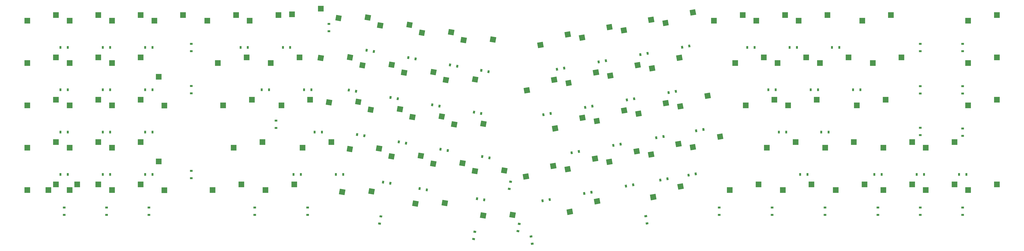
<source format=gbr>
%TF.GenerationSoftware,KiCad,Pcbnew,(5.1.10)-1*%
%TF.CreationDate,2021-07-24T19:46:28-07:00*%
%TF.ProjectId,V2,56322e6b-6963-4616-945f-706362585858,rev?*%
%TF.SameCoordinates,Original*%
%TF.FileFunction,Paste,Bot*%
%TF.FilePolarity,Positive*%
%FSLAX46Y46*%
G04 Gerber Fmt 4.6, Leading zero omitted, Abs format (unit mm)*
G04 Created by KiCad (PCBNEW (5.1.10)-1) date 2021-07-24 19:46:28*
%MOMM*%
%LPD*%
G01*
G04 APERTURE LIST*
%ADD10R,2.550000X2.500000*%
%ADD11C,0.100000*%
%ADD12R,2.500000X2.550000*%
%ADD13R,1.200000X0.900000*%
%ADD14R,0.900000X1.200000*%
G04 APERTURE END LIST*
D10*
%TO.C,MX92*%
X15367000Y-71120000D03*
X2440000Y-73660000D03*
%TD*%
D11*
%TO.C,MX53*%
G36*
X253699666Y-1808874D02*
G01*
X253265546Y653145D01*
X255776806Y1095948D01*
X256210926Y-1366071D01*
X253699666Y-1808874D01*
G37*
G36*
X241410123Y-6555036D02*
G01*
X240976003Y-4093017D01*
X243487263Y-3650214D01*
X243921383Y-6112233D01*
X241410123Y-6555036D01*
G37*
%TD*%
D10*
%TO.C,MX91*%
X428961546Y-71120000D03*
X416034546Y-73660000D03*
%TD*%
%TO.C,MX90*%
X409911546Y-52070000D03*
X396984546Y-54610000D03*
%TD*%
%TO.C,MX89*%
X428961546Y-33020000D03*
X416034546Y-35560000D03*
%TD*%
%TO.C,MX88*%
X428961546Y-13970000D03*
X416034546Y-16510000D03*
%TD*%
%TO.C,MX87*%
X428961546Y5080000D03*
X416034546Y2540000D03*
%TD*%
%TO.C,MX86*%
X409911546Y-71120000D03*
X396984546Y-73660000D03*
%TD*%
%TO.C,MX85*%
X390861546Y-52070000D03*
X377934546Y-54610000D03*
%TD*%
%TO.C,MX84*%
X378955296Y-33020000D03*
X366028296Y-35560000D03*
%TD*%
%TO.C,MX83*%
X386099046Y-13970000D03*
X373172046Y-16510000D03*
%TD*%
%TO.C,MX82*%
X381336546Y5080000D03*
X368409546Y2540000D03*
%TD*%
%TO.C,MX81*%
X390861546Y-71120000D03*
X377934546Y-73660000D03*
%TD*%
%TO.C,MX80*%
X364667796Y-52070000D03*
X351740796Y-54610000D03*
%TD*%
%TO.C,MX79*%
X347999046Y-33020000D03*
X335072046Y-35560000D03*
%TD*%
%TO.C,MX78*%
X362286546Y-13970000D03*
X349359546Y-16510000D03*
%TD*%
%TO.C,MX77*%
X352761546Y5080000D03*
X339834546Y2540000D03*
%TD*%
%TO.C,MX76*%
X369430296Y-71120000D03*
X356503296Y-73660000D03*
%TD*%
%TO.C,MX75*%
X338474046Y-52070000D03*
X325547046Y-54610000D03*
%TD*%
%TO.C,MX74*%
X328949046Y-33020000D03*
X316022046Y-35560000D03*
%TD*%
%TO.C,MX73*%
X343236546Y-13970000D03*
X330309546Y-16510000D03*
%TD*%
%TO.C,MX72*%
X333711546Y5080000D03*
X320784546Y2540000D03*
%TD*%
%TO.C,MX71*%
X345617796Y-71120000D03*
X332690796Y-73660000D03*
%TD*%
D11*
%TO.C,MX70*%
G36*
X303489906Y-51061142D02*
G01*
X303055786Y-48599123D01*
X305567046Y-48156320D01*
X306001166Y-50618339D01*
X303489906Y-51061142D01*
G37*
G36*
X291200363Y-55807304D02*
G01*
X290766243Y-53345285D01*
X293277503Y-52902482D01*
X293711623Y-55364501D01*
X291200363Y-55807304D01*
G37*
%TD*%
D10*
%TO.C,MX69*%
X324186546Y-13970000D03*
X311259546Y-16510000D03*
%TD*%
%TO.C,MX68*%
X314661546Y5080000D03*
X301734546Y2540000D03*
%TD*%
%TO.C,MX67*%
X321805296Y-71120000D03*
X308878296Y-73660000D03*
%TD*%
D11*
%TO.C,MX66*%
G36*
X284729319Y-54369139D02*
G01*
X284295199Y-51907120D01*
X286806459Y-51464317D01*
X287240579Y-53926336D01*
X284729319Y-54369139D01*
G37*
G36*
X272439776Y-59115301D02*
G01*
X272005656Y-56653282D01*
X274516916Y-56210479D01*
X274951036Y-58672498D01*
X272439776Y-59115301D01*
G37*
%TD*%
%TO.C,MX65*%
G36*
X297836834Y-32714054D02*
G01*
X297402714Y-30252035D01*
X299913974Y-29809232D01*
X300348094Y-32271251D01*
X297836834Y-32714054D01*
G37*
G36*
X285547291Y-37460216D02*
G01*
X285113171Y-34998197D01*
X287624431Y-34555394D01*
X288058551Y-37017413D01*
X285547291Y-37460216D01*
G37*
%TD*%
%TO.C,MX64*%
G36*
X285148543Y-15607466D02*
G01*
X284714423Y-13145447D01*
X287225683Y-12702644D01*
X287659803Y-15164663D01*
X285148543Y-15607466D01*
G37*
G36*
X272859000Y-20353628D02*
G01*
X272424880Y-17891609D01*
X274936140Y-17448806D01*
X275370260Y-19910825D01*
X272859000Y-20353628D01*
G37*
%TD*%
%TO.C,MX63*%
G36*
X291220840Y4807120D02*
G01*
X290786720Y7269139D01*
X293297980Y7711942D01*
X293732100Y5249923D01*
X291220840Y4807120D01*
G37*
G36*
X278931297Y60958D02*
G01*
X278497177Y2522977D01*
X281008437Y2965780D01*
X281442557Y503761D01*
X278931297Y60958D01*
G37*
%TD*%
%TO.C,MX62*%
G36*
X285692243Y-73543225D02*
G01*
X285258123Y-71081206D01*
X287769383Y-70638403D01*
X288203503Y-73100422D01*
X285692243Y-73543225D01*
G37*
G36*
X273402700Y-78289387D02*
G01*
X272968580Y-75827368D01*
X275479840Y-75384565D01*
X275913960Y-77846584D01*
X273402700Y-78289387D01*
G37*
%TD*%
%TO.C,MX61*%
G36*
X265968732Y-57677136D02*
G01*
X265534612Y-55215117D01*
X268045872Y-54772314D01*
X268479992Y-57234333D01*
X265968732Y-57677136D01*
G37*
G36*
X253679189Y-62423298D02*
G01*
X253245069Y-59961279D01*
X255756329Y-59518476D01*
X256190449Y-61980495D01*
X253679189Y-62423298D01*
G37*
%TD*%
%TO.C,MX60*%
G36*
X279076247Y-36022051D02*
G01*
X278642127Y-33560032D01*
X281153387Y-33117229D01*
X281587507Y-35579248D01*
X279076247Y-36022051D01*
G37*
G36*
X266786704Y-40768213D02*
G01*
X266352584Y-38306194D01*
X268863844Y-37863391D01*
X269297964Y-40325410D01*
X266786704Y-40768213D01*
G37*
%TD*%
%TO.C,MX59*%
G36*
X266387956Y-18915463D02*
G01*
X265953836Y-16453444D01*
X268465096Y-16010641D01*
X268899216Y-18472660D01*
X266387956Y-18915463D01*
G37*
G36*
X254098413Y-23661625D02*
G01*
X253664293Y-21199606D01*
X256175553Y-20756803D01*
X256609673Y-23218822D01*
X254098413Y-23661625D01*
G37*
%TD*%
%TO.C,MX58*%
G36*
X272460253Y1499123D02*
G01*
X272026133Y3961142D01*
X274537393Y4403945D01*
X274971513Y1941926D01*
X272460253Y1499123D01*
G37*
G36*
X260170710Y-3247039D02*
G01*
X259736590Y-785020D01*
X262247850Y-342217D01*
X262681970Y-2804236D01*
X260170710Y-3247039D01*
G37*
%TD*%
%TO.C,MX57*%
G36*
X248171068Y-80159220D02*
G01*
X247736948Y-77697201D01*
X250248208Y-77254398D01*
X250682328Y-79716417D01*
X248171068Y-80159220D01*
G37*
G36*
X235881525Y-84905382D02*
G01*
X235447405Y-82443363D01*
X237958665Y-82000560D01*
X238392785Y-84462579D01*
X235881525Y-84905382D01*
G37*
%TD*%
%TO.C,MX56*%
G36*
X247208145Y-60985133D02*
G01*
X246774025Y-58523114D01*
X249285285Y-58080311D01*
X249719405Y-60542330D01*
X247208145Y-60985133D01*
G37*
G36*
X234918602Y-65731295D02*
G01*
X234484482Y-63269276D01*
X236995742Y-62826473D01*
X237429862Y-65288492D01*
X234918602Y-65731295D01*
G37*
%TD*%
%TO.C,MX55*%
G36*
X260315660Y-39330048D02*
G01*
X259881540Y-36868029D01*
X262392800Y-36425226D01*
X262826920Y-38887245D01*
X260315660Y-39330048D01*
G37*
G36*
X248026117Y-44076210D02*
G01*
X247591997Y-41614191D01*
X250103257Y-41171388D01*
X250537377Y-43633407D01*
X248026117Y-44076210D01*
G37*
%TD*%
%TO.C,MX54*%
G36*
X247627369Y-22223460D02*
G01*
X247193249Y-19761441D01*
X249704509Y-19318638D01*
X250138629Y-21780657D01*
X247627369Y-22223460D01*
G37*
G36*
X235337826Y-26969622D02*
G01*
X234903706Y-24507603D01*
X237414966Y-24064800D01*
X237849086Y-26526819D01*
X235337826Y-26969622D01*
G37*
%TD*%
%TO.C,MX52*%
G36*
X228447558Y-64293130D02*
G01*
X228013438Y-61831111D01*
X230524698Y-61388308D01*
X230958818Y-63850327D01*
X228447558Y-64293130D01*
G37*
G36*
X216158015Y-69039292D02*
G01*
X215723895Y-66577273D01*
X218235155Y-66134470D01*
X218669275Y-68596489D01*
X216158015Y-69039292D01*
G37*
%TD*%
%TO.C,MX51*%
G36*
X241555073Y-42638045D02*
G01*
X241120953Y-40176026D01*
X243632213Y-39733223D01*
X244066333Y-42195242D01*
X241555073Y-42638045D01*
G37*
G36*
X229265530Y-47384207D02*
G01*
X228831410Y-44922188D01*
X231342670Y-44479385D01*
X231776790Y-46941404D01*
X229265530Y-47384207D01*
G37*
%TD*%
%TO.C,MX50*%
G36*
X228866782Y-25531457D02*
G01*
X228432662Y-23069438D01*
X230943922Y-22626635D01*
X231378042Y-25088654D01*
X228866782Y-25531457D01*
G37*
G36*
X216577239Y-30277619D02*
G01*
X216143119Y-27815600D01*
X218654379Y-27372797D01*
X219088499Y-29834816D01*
X216577239Y-30277619D01*
G37*
%TD*%
%TO.C,MX49*%
G36*
X234939079Y-5116871D02*
G01*
X234504959Y-2654852D01*
X237016219Y-2212049D01*
X237450339Y-4674068D01*
X234939079Y-5116871D01*
G37*
G36*
X222649536Y-9863033D02*
G01*
X222215416Y-7401014D01*
X224726676Y-6958211D01*
X225160796Y-9420230D01*
X222649536Y-9863033D01*
G37*
%TD*%
%TO.C,MX48*%
G36*
X209692429Y-85880320D02*
G01*
X210126549Y-83418301D01*
X212637809Y-83861104D01*
X212203689Y-86323123D01*
X209692429Y-85880320D01*
G37*
G36*
X196520752Y-86136982D02*
G01*
X196954872Y-83674963D01*
X199466132Y-84117766D01*
X199032012Y-86579785D01*
X196520752Y-86136982D01*
G37*
%TD*%
%TO.C,MX47*%
G36*
X205965204Y-65879232D02*
G01*
X206399324Y-63417213D01*
X208910584Y-63860016D01*
X208476464Y-66322035D01*
X205965204Y-65879232D01*
G37*
G36*
X192793527Y-66135894D02*
G01*
X193227647Y-63673875D01*
X195738907Y-64116678D01*
X195304787Y-66578697D01*
X192793527Y-66135894D01*
G37*
%TD*%
%TO.C,MX46*%
G36*
X196609805Y-44885748D02*
G01*
X197043925Y-42423729D01*
X199555185Y-42866532D01*
X199121065Y-45328551D01*
X196609805Y-44885748D01*
G37*
G36*
X183438128Y-45142410D02*
G01*
X183872248Y-42680391D01*
X186383508Y-43123194D01*
X185949388Y-45585213D01*
X183438128Y-45142410D01*
G37*
%TD*%
%TO.C,MX45*%
G36*
X192882582Y-24884662D02*
G01*
X193316702Y-22422643D01*
X195827962Y-22865446D01*
X195393842Y-25327465D01*
X192882582Y-24884662D01*
G37*
G36*
X179710905Y-25141324D02*
G01*
X180145025Y-22679305D01*
X182656285Y-23122108D01*
X182222165Y-25584127D01*
X179710905Y-25141324D01*
G37*
%TD*%
%TO.C,MX44*%
G36*
X200880726Y-6951075D02*
G01*
X201314846Y-4489056D01*
X203826106Y-4931859D01*
X203391986Y-7393878D01*
X200880726Y-6951075D01*
G37*
G36*
X187709049Y-7207737D02*
G01*
X188143169Y-4745718D01*
X190654429Y-5188521D01*
X190220309Y-7650540D01*
X187709049Y-7207737D01*
G37*
%TD*%
%TO.C,MX43*%
G36*
X179206474Y-80504824D02*
G01*
X179640594Y-78042805D01*
X182151854Y-78485608D01*
X181717734Y-80947627D01*
X179206474Y-80504824D01*
G37*
G36*
X166034797Y-80761486D02*
G01*
X166468917Y-78299467D01*
X168980177Y-78742270D01*
X168546057Y-81204289D01*
X166034797Y-80761486D01*
G37*
%TD*%
%TO.C,MX42*%
G36*
X187204617Y-62571235D02*
G01*
X187638737Y-60109216D01*
X190149997Y-60552019D01*
X189715877Y-63014038D01*
X187204617Y-62571235D01*
G37*
G36*
X174032940Y-62827897D02*
G01*
X174467060Y-60365878D01*
X176978320Y-60808681D01*
X176544200Y-63270700D01*
X174032940Y-62827897D01*
G37*
%TD*%
%TO.C,MX41*%
G36*
X177849218Y-41577751D02*
G01*
X178283338Y-39115732D01*
X180794598Y-39558535D01*
X180360478Y-42020554D01*
X177849218Y-41577751D01*
G37*
G36*
X164677541Y-41834413D02*
G01*
X165111661Y-39372394D01*
X167622921Y-39815197D01*
X167188801Y-42277216D01*
X164677541Y-41834413D01*
G37*
%TD*%
%TO.C,MX40*%
G36*
X174121995Y-21576665D02*
G01*
X174556115Y-19114646D01*
X177067375Y-19557449D01*
X176633255Y-22019468D01*
X174121995Y-21576665D01*
G37*
G36*
X160950318Y-21833327D02*
G01*
X161384438Y-19371308D01*
X163895698Y-19814111D01*
X163461578Y-22276130D01*
X160950318Y-21833327D01*
G37*
%TD*%
%TO.C,MX39*%
G36*
X182120139Y-3643078D02*
G01*
X182554259Y-1181059D01*
X185065519Y-1623862D01*
X184631399Y-4085881D01*
X182120139Y-3643078D01*
G37*
G36*
X168948462Y-3899740D02*
G01*
X169382582Y-1437721D01*
X171893842Y-1880524D01*
X171459722Y-4342543D01*
X168948462Y-3899740D01*
G37*
%TD*%
%TO.C,MX38*%
G36*
X168444030Y-59263238D02*
G01*
X168878150Y-56801219D01*
X171389410Y-57244022D01*
X170955290Y-59706041D01*
X168444030Y-59263238D01*
G37*
G36*
X155272353Y-59519900D02*
G01*
X155706473Y-57057881D01*
X158217733Y-57500684D01*
X157783613Y-59962703D01*
X155272353Y-59519900D01*
G37*
%TD*%
%TO.C,MX37*%
G36*
X159088631Y-38269754D02*
G01*
X159522751Y-35807735D01*
X162034011Y-36250538D01*
X161599891Y-38712557D01*
X159088631Y-38269754D01*
G37*
G36*
X145916954Y-38526416D02*
G01*
X146351074Y-36064397D01*
X148862334Y-36507200D01*
X148428214Y-38969219D01*
X145916954Y-38526416D01*
G37*
%TD*%
%TO.C,MX36*%
G36*
X155361408Y-18268668D02*
G01*
X155795528Y-15806649D01*
X158306788Y-16249452D01*
X157872668Y-18711471D01*
X155361408Y-18268668D01*
G37*
G36*
X142189731Y-18525330D02*
G01*
X142623851Y-16063311D01*
X145135111Y-16506114D01*
X144700991Y-18968133D01*
X142189731Y-18525330D01*
G37*
%TD*%
%TO.C,MX35*%
G36*
X163359552Y-335081D02*
G01*
X163793672Y2126938D01*
X166304932Y1684135D01*
X165870812Y-777884D01*
X163359552Y-335081D01*
G37*
G36*
X150187875Y-591743D02*
G01*
X150621995Y1870276D01*
X153133255Y1427473D01*
X152699135Y-1034546D01*
X150187875Y-591743D01*
G37*
%TD*%
%TO.C,MX34*%
G36*
X146276206Y-75278646D02*
G01*
X146710326Y-72816627D01*
X149221586Y-73259430D01*
X148787466Y-75721449D01*
X146276206Y-75278646D01*
G37*
G36*
X133104529Y-75535308D02*
G01*
X133538649Y-73073289D01*
X136049909Y-73516092D01*
X135615789Y-75978111D01*
X133104529Y-75535308D01*
G37*
%TD*%
%TO.C,MX33*%
G36*
X149683443Y-55955241D02*
G01*
X150117563Y-53493222D01*
X152628823Y-53936025D01*
X152194703Y-56398044D01*
X149683443Y-55955241D01*
G37*
G36*
X136511766Y-56211903D02*
G01*
X136945886Y-53749884D01*
X139457146Y-54192687D01*
X139023026Y-56654706D01*
X136511766Y-56211903D01*
G37*
%TD*%
%TO.C,MX32*%
G36*
X140328044Y-34961757D02*
G01*
X140762164Y-32499738D01*
X143273424Y-32942541D01*
X142839304Y-35404560D01*
X140328044Y-34961757D01*
G37*
G36*
X127156367Y-35218419D02*
G01*
X127590487Y-32756400D01*
X130101747Y-33199203D01*
X129667627Y-35661222D01*
X127156367Y-35218419D01*
G37*
%TD*%
%TO.C,MX31*%
G36*
X136600821Y-14960671D02*
G01*
X137034941Y-12498652D01*
X139546201Y-12941455D01*
X139112081Y-15403474D01*
X136600821Y-14960671D01*
G37*
G36*
X123429144Y-15217333D02*
G01*
X123863264Y-12755314D01*
X126374524Y-13198117D01*
X125940404Y-15660136D01*
X123429144Y-15217333D01*
G37*
%TD*%
%TO.C,MX30*%
G36*
X144598965Y2972916D02*
G01*
X145033085Y5434935D01*
X147544345Y4992132D01*
X147110225Y2530113D01*
X144598965Y2972916D01*
G37*
G36*
X131427288Y2716254D02*
G01*
X131861408Y5178273D01*
X134372668Y4735470D01*
X133938548Y2273451D01*
X131427288Y2716254D01*
G37*
%TD*%
D10*
%TO.C,MX29*%
X129667000Y-52070000D03*
X116740000Y-54610000D03*
%TD*%
%TO.C,MX28*%
X120142000Y-33020000D03*
X107215000Y-35560000D03*
%TD*%
%TO.C,MX27*%
X115379500Y-13970000D03*
X102452500Y-16510000D03*
%TD*%
%TO.C,MX26*%
X124904500Y7937500D03*
X111977500Y5397500D03*
%TD*%
%TO.C,MX25*%
X105854500Y5080000D03*
X92927500Y2540000D03*
%TD*%
%TO.C,MX24*%
X112998250Y-71120000D03*
X100071250Y-73660000D03*
%TD*%
%TO.C,MX23*%
X98710750Y-52070000D03*
X85783750Y-54610000D03*
%TD*%
%TO.C,MX22*%
X93948250Y-33020000D03*
X81021250Y-35560000D03*
%TD*%
%TO.C,MX21*%
X91567000Y-13970000D03*
X78640000Y-16510000D03*
%TD*%
%TO.C,MX20*%
X86804500Y5080000D03*
X73877500Y2540000D03*
%TD*%
%TO.C,MX19*%
X89185750Y-71120000D03*
X76258750Y-73660000D03*
%TD*%
D12*
%TO.C,MX18*%
X52070000Y-60833000D03*
X54610000Y-73760000D03*
%TD*%
%TO.C,MX17*%
X52070000Y-22733000D03*
X54610000Y-35660000D03*
%TD*%
D10*
%TO.C,MX16*%
X62992000Y5080000D03*
X50065000Y2540000D03*
%TD*%
%TO.C,MX15*%
X43942000Y-71120000D03*
X31015000Y-73660000D03*
%TD*%
%TO.C,MX14*%
X43942000Y-52070000D03*
X31015000Y-54610000D03*
%TD*%
%TO.C,MX13*%
X43942000Y-33020000D03*
X31015000Y-35560000D03*
%TD*%
%TO.C,MX12*%
X43942000Y-13970000D03*
X31015000Y-16510000D03*
%TD*%
%TO.C,MX11*%
X43942000Y5080000D03*
X31015000Y2540000D03*
%TD*%
%TO.C,MX10*%
X24892000Y-71120000D03*
X11965000Y-73660000D03*
%TD*%
%TO.C,MX9*%
X24892000Y-52070000D03*
X11965000Y-54610000D03*
%TD*%
%TO.C,MX8*%
X24892000Y-33020000D03*
X11965000Y-35560000D03*
%TD*%
%TO.C,MX7*%
X24892000Y-13970000D03*
X11965000Y-16510000D03*
%TD*%
%TO.C,MX6*%
X24892000Y5080000D03*
X11965000Y2540000D03*
%TD*%
%TO.C,MX5*%
X5842000Y-71120000D03*
X-7085000Y-73660000D03*
%TD*%
%TO.C,MX4*%
X5842000Y-52070000D03*
X-7085000Y-54610000D03*
%TD*%
%TO.C,MX3*%
X5842000Y-33020000D03*
X-7085000Y-35560000D03*
%TD*%
%TO.C,MX2*%
X5842000Y-13970000D03*
X-7085000Y-16510000D03*
%TD*%
%TO.C,MX1*%
X5842000Y5080000D03*
X-7085000Y2540000D03*
%TD*%
D13*
%TO.C,D91*%
X413590000Y-81560000D03*
X413590000Y-84860000D03*
%TD*%
D14*
%TO.C,D90*%
X411944546Y-66675000D03*
X415244546Y-66675000D03*
%TD*%
D13*
%TO.C,D89*%
X413594546Y-45975000D03*
X413594546Y-49275000D03*
%TD*%
%TO.C,D88*%
X413594546Y-26925000D03*
X413594546Y-30225000D03*
%TD*%
%TO.C,D87*%
X413594546Y-7875000D03*
X413594546Y-11175000D03*
%TD*%
%TO.C,D86*%
X394540000Y-81560000D03*
X394540000Y-84860000D03*
%TD*%
D14*
%TO.C,D85*%
X392894546Y-66675000D03*
X396194546Y-66675000D03*
%TD*%
D13*
%TO.C,D84*%
X394540000Y-45640000D03*
X394540000Y-48940000D03*
%TD*%
%TO.C,D83*%
X394540000Y-26910000D03*
X394540000Y-30210000D03*
%TD*%
%TO.C,D82*%
X394530000Y-7880000D03*
X394530000Y-11180000D03*
%TD*%
%TO.C,D81*%
X375490000Y-81530000D03*
X375490000Y-84830000D03*
%TD*%
D14*
%TO.C,D80*%
X373840000Y-66670000D03*
X377140000Y-66670000D03*
%TD*%
%TO.C,D79*%
X350032046Y-47625000D03*
X353332046Y-47625000D03*
%TD*%
%TO.C,D78*%
X364319546Y-28575000D03*
X367619546Y-28575000D03*
%TD*%
%TO.C,D77*%
X354794546Y-9525000D03*
X358094546Y-9525000D03*
%TD*%
D13*
%TO.C,D76*%
X351680000Y-81540000D03*
X351680000Y-84840000D03*
%TD*%
D14*
%TO.C,D75*%
X340507046Y-66675000D03*
X343807046Y-66675000D03*
%TD*%
%TO.C,D74*%
X330982046Y-47625000D03*
X334282046Y-47625000D03*
%TD*%
%TO.C,D73*%
X345269546Y-28575000D03*
X348569546Y-28575000D03*
%TD*%
%TO.C,D72*%
X335744546Y-9525000D03*
X339044546Y-9525000D03*
%TD*%
D13*
%TO.C,D71*%
X327860000Y-81540000D03*
X327860000Y-84840000D03*
%TD*%
D11*
%TO.C,D70*%
G36*
X293215958Y-67042507D02*
G01*
X293007581Y-65860738D01*
X293893908Y-65704455D01*
X294102285Y-66886224D01*
X293215958Y-67042507D01*
G37*
G36*
X289966092Y-67615545D02*
G01*
X289757715Y-66433776D01*
X290644042Y-66277493D01*
X290852419Y-67459262D01*
X289966092Y-67615545D01*
G37*
%TD*%
D14*
%TO.C,D69*%
X326219546Y-28575000D03*
X329519546Y-28575000D03*
%TD*%
%TO.C,D68*%
X316694546Y-9525000D03*
X319994546Y-9525000D03*
%TD*%
D13*
%TO.C,D67*%
X304060000Y-81540000D03*
X304060000Y-84840000D03*
%TD*%
D11*
%TO.C,D66*%
G36*
X280515958Y-69272507D02*
G01*
X280307581Y-68090738D01*
X281193908Y-67934455D01*
X281402285Y-69116224D01*
X280515958Y-69272507D01*
G37*
G36*
X277266092Y-69845545D02*
G01*
X277057715Y-68663776D01*
X277944042Y-68507493D01*
X278152419Y-69689262D01*
X277266092Y-69845545D01*
G37*
%TD*%
%TO.C,D65*%
G36*
X296665958Y-47082507D02*
G01*
X296457581Y-45900738D01*
X297343908Y-45744455D01*
X297552285Y-46926224D01*
X296665958Y-47082507D01*
G37*
G36*
X293416092Y-47655545D02*
G01*
X293207715Y-46473776D01*
X294094042Y-46317493D01*
X294302419Y-47499262D01*
X293416092Y-47655545D01*
G37*
%TD*%
%TO.C,D64*%
G36*
X284255958Y-29932507D02*
G01*
X284047581Y-28750738D01*
X284933908Y-28594455D01*
X285142285Y-29776224D01*
X284255958Y-29932507D01*
G37*
G36*
X281006092Y-30505545D02*
G01*
X280797715Y-29323776D01*
X281684042Y-29167493D01*
X281892419Y-30349262D01*
X281006092Y-30505545D01*
G37*
%TD*%
%TO.C,D63*%
G36*
X290335958Y-9522507D02*
G01*
X290127581Y-8340738D01*
X291013908Y-8184455D01*
X291222285Y-9366224D01*
X290335958Y-9522507D01*
G37*
G36*
X287086092Y-10095545D02*
G01*
X286877715Y-8913776D01*
X287764042Y-8757493D01*
X287972419Y-9939262D01*
X287086092Y-10095545D01*
G37*
%TD*%
%TO.C,D62*%
G36*
X271732507Y-85774042D02*
G01*
X270550738Y-85982419D01*
X270394455Y-85096092D01*
X271576224Y-84887715D01*
X271732507Y-85774042D01*
G37*
G36*
X272305545Y-89023908D02*
G01*
X271123776Y-89232285D01*
X270967493Y-88345958D01*
X272149262Y-88137581D01*
X272305545Y-89023908D01*
G37*
%TD*%
%TO.C,D61*%
G36*
X265095958Y-71992507D02*
G01*
X264887581Y-70810738D01*
X265773908Y-70654455D01*
X265982285Y-71836224D01*
X265095958Y-71992507D01*
G37*
G36*
X261846092Y-72565545D02*
G01*
X261637715Y-71383776D01*
X262524042Y-71227493D01*
X262732419Y-72409262D01*
X261846092Y-72565545D01*
G37*
%TD*%
%TO.C,D60*%
G36*
X278725958Y-50252507D02*
G01*
X278517581Y-49070738D01*
X279403908Y-48914455D01*
X279612285Y-50096224D01*
X278725958Y-50252507D01*
G37*
G36*
X275476092Y-50825545D02*
G01*
X275267715Y-49643776D01*
X276154042Y-49487493D01*
X276362419Y-50669262D01*
X275476092Y-50825545D01*
G37*
%TD*%
%TO.C,D59*%
G36*
X265495958Y-33242507D02*
G01*
X265287581Y-32060738D01*
X266173908Y-31904455D01*
X266382285Y-33086224D01*
X265495958Y-33242507D01*
G37*
G36*
X262246092Y-33815545D02*
G01*
X262037715Y-32633776D01*
X262924042Y-32477493D01*
X263132419Y-33659262D01*
X262246092Y-33815545D01*
G37*
%TD*%
%TO.C,D58*%
G36*
X271567665Y-12828542D02*
G01*
X271359288Y-11646773D01*
X272245615Y-11490490D01*
X272453992Y-12672259D01*
X271567665Y-12828542D01*
G37*
G36*
X268317799Y-13401580D02*
G01*
X268109422Y-12219811D01*
X268995749Y-12063528D01*
X269204126Y-13245297D01*
X268317799Y-13401580D01*
G37*
%TD*%
%TO.C,D57*%
G36*
X220142507Y-94904042D02*
G01*
X218960738Y-95112419D01*
X218804455Y-94226092D01*
X219986224Y-94017715D01*
X220142507Y-94904042D01*
G37*
G36*
X220715545Y-98153908D02*
G01*
X219533776Y-98362285D01*
X219377493Y-97475958D01*
X220559262Y-97267581D01*
X220715545Y-98153908D01*
G37*
%TD*%
%TO.C,D56*%
G36*
X246315557Y-75312798D02*
G01*
X246107180Y-74131029D01*
X246993507Y-73974746D01*
X247201884Y-75156515D01*
X246315557Y-75312798D01*
G37*
G36*
X243065691Y-75885836D02*
G01*
X242857314Y-74704067D01*
X243743641Y-74547784D01*
X243952018Y-75729553D01*
X243065691Y-75885836D01*
G37*
%TD*%
%TO.C,D55*%
G36*
X259423072Y-53657713D02*
G01*
X259214695Y-52475944D01*
X260101022Y-52319661D01*
X260309399Y-53501430D01*
X259423072Y-53657713D01*
G37*
G36*
X256173206Y-54230751D02*
G01*
X255964829Y-53048982D01*
X256851156Y-52892699D01*
X257059533Y-54074468D01*
X256173206Y-54230751D01*
G37*
%TD*%
%TO.C,D54*%
G36*
X246735958Y-36552507D02*
G01*
X246527581Y-35370738D01*
X247413908Y-35214455D01*
X247622285Y-36396224D01*
X246735958Y-36552507D01*
G37*
G36*
X243486092Y-37125545D02*
G01*
X243277715Y-35943776D01*
X244164042Y-35787493D01*
X244372419Y-36969262D01*
X243486092Y-37125545D01*
G37*
%TD*%
%TO.C,D53*%
G36*
X252805958Y-16132507D02*
G01*
X252597581Y-14950738D01*
X253483908Y-14794455D01*
X253692285Y-15976224D01*
X252805958Y-16132507D01*
G37*
G36*
X249556092Y-16705545D02*
G01*
X249347715Y-15523776D01*
X250234042Y-15367493D01*
X250442419Y-16549262D01*
X249556092Y-16705545D01*
G37*
%TD*%
%TO.C,D52*%
G36*
X227554970Y-78620795D02*
G01*
X227346593Y-77439026D01*
X228232920Y-77282743D01*
X228441297Y-78464512D01*
X227554970Y-78620795D01*
G37*
G36*
X224305104Y-79193833D02*
G01*
X224096727Y-78012064D01*
X224983054Y-77855781D01*
X225191431Y-79037550D01*
X224305104Y-79193833D01*
G37*
%TD*%
%TO.C,D51*%
G36*
X240662485Y-56965710D02*
G01*
X240454108Y-55783941D01*
X241340435Y-55627658D01*
X241548812Y-56809427D01*
X240662485Y-56965710D01*
G37*
G36*
X237412619Y-57538748D02*
G01*
X237204242Y-56356979D01*
X238090569Y-56200696D01*
X238298946Y-57382465D01*
X237412619Y-57538748D01*
G37*
%TD*%
%TO.C,D50*%
G36*
X227974194Y-39859122D02*
G01*
X227765817Y-38677353D01*
X228652144Y-38521070D01*
X228860521Y-39702839D01*
X227974194Y-39859122D01*
G37*
G36*
X224724328Y-40432160D02*
G01*
X224515951Y-39250391D01*
X225402278Y-39094108D01*
X225610655Y-40275877D01*
X224724328Y-40432160D01*
G37*
%TD*%
%TO.C,D49*%
G36*
X234046491Y-19444536D02*
G01*
X233838114Y-18262767D01*
X234724441Y-18106484D01*
X234932818Y-19288253D01*
X234046491Y-19444536D01*
G37*
G36*
X230796625Y-20017574D02*
G01*
X230588248Y-18835805D01*
X231474575Y-18679522D01*
X231682952Y-19861291D01*
X230796625Y-20017574D01*
G37*
%TD*%
%TO.C,D48*%
G36*
X214709294Y-89435500D02*
G01*
X213527525Y-89227123D01*
X213683808Y-88340796D01*
X214865577Y-88549173D01*
X214709294Y-89435500D01*
G37*
G36*
X214136256Y-92685366D02*
G01*
X212954487Y-92476989D01*
X213110770Y-91590662D01*
X214292539Y-91799039D01*
X214136256Y-92685366D01*
G37*
%TD*%
%TO.C,D47*%
G36*
X210789262Y-70452419D02*
G01*
X209607493Y-70244042D01*
X209763776Y-69357715D01*
X210945545Y-69566092D01*
X210789262Y-70452419D01*
G37*
G36*
X210216224Y-73702285D02*
G01*
X209034455Y-73493908D01*
X209190738Y-72607581D01*
X210372507Y-72815958D01*
X210216224Y-73702285D01*
G37*
%TD*%
%TO.C,D46*%
G36*
X200247581Y-59699262D02*
G01*
X200455958Y-58517493D01*
X201342285Y-58673776D01*
X201133908Y-59855545D01*
X200247581Y-59699262D01*
G37*
G36*
X196997715Y-59126224D02*
G01*
X197206092Y-57944455D01*
X198092419Y-58100738D01*
X197884042Y-59282507D01*
X196997715Y-59126224D01*
G37*
%TD*%
%TO.C,D45*%
G36*
X194372419Y-38100738D02*
G01*
X194164042Y-39282507D01*
X193277715Y-39126224D01*
X193486092Y-37944455D01*
X194372419Y-38100738D01*
G37*
G36*
X197622285Y-38673776D02*
G01*
X197413908Y-39855545D01*
X196527581Y-39699262D01*
X196735958Y-38517493D01*
X197622285Y-38673776D01*
G37*
%TD*%
%TO.C,D44*%
G36*
X197672419Y-19340738D02*
G01*
X197464042Y-20522507D01*
X196577715Y-20366224D01*
X196786092Y-19184455D01*
X197672419Y-19340738D01*
G37*
G36*
X200922285Y-19913776D02*
G01*
X200713908Y-21095545D01*
X199827581Y-20939262D01*
X200035958Y-19757493D01*
X200922285Y-19913776D01*
G37*
%TD*%
%TO.C,D43*%
G36*
X194739262Y-93002419D02*
G01*
X193557493Y-92794042D01*
X193713776Y-91907715D01*
X194895545Y-92116092D01*
X194739262Y-93002419D01*
G37*
G36*
X194166224Y-96252285D02*
G01*
X192984455Y-96043908D01*
X193140738Y-95157581D01*
X194322507Y-95365958D01*
X194166224Y-96252285D01*
G37*
%TD*%
%TO.C,D42*%
G36*
X195732419Y-77020738D02*
G01*
X195524042Y-78202507D01*
X194637715Y-78046224D01*
X194846092Y-76864455D01*
X195732419Y-77020738D01*
G37*
G36*
X198982285Y-77593776D02*
G01*
X198773908Y-78775545D01*
X197887581Y-78619262D01*
X198095958Y-77437493D01*
X198982285Y-77593776D01*
G37*
%TD*%
%TO.C,D41*%
G36*
X181487581Y-56389262D02*
G01*
X181695958Y-55207493D01*
X182582285Y-55363776D01*
X182373908Y-56545545D01*
X181487581Y-56389262D01*
G37*
G36*
X178237715Y-55816224D02*
G01*
X178446092Y-54634455D01*
X179332419Y-54790738D01*
X179124042Y-55972507D01*
X178237715Y-55816224D01*
G37*
%TD*%
%TO.C,D40*%
G36*
X175612419Y-34790738D02*
G01*
X175404042Y-35972507D01*
X174517715Y-35816224D01*
X174726092Y-34634455D01*
X175612419Y-34790738D01*
G37*
G36*
X178862285Y-35363776D02*
G01*
X178653908Y-36545545D01*
X177767581Y-36389262D01*
X177975958Y-35207493D01*
X178862285Y-35363776D01*
G37*
%TD*%
%TO.C,D39*%
G36*
X183602419Y-16850738D02*
G01*
X183394042Y-18032507D01*
X182507715Y-17876224D01*
X182716092Y-16694455D01*
X183602419Y-16850738D01*
G37*
G36*
X186852285Y-17423776D02*
G01*
X186643908Y-18605545D01*
X185757581Y-18449262D01*
X185965958Y-17267493D01*
X186852285Y-17423776D01*
G37*
%TD*%
%TO.C,D38*%
G36*
X169912419Y-72470738D02*
G01*
X169704042Y-73652507D01*
X168817715Y-73496224D01*
X169026092Y-72314455D01*
X169912419Y-72470738D01*
G37*
G36*
X173162285Y-73043776D02*
G01*
X172953908Y-74225545D01*
X172067581Y-74069262D01*
X172275958Y-72887493D01*
X173162285Y-73043776D01*
G37*
%TD*%
%TO.C,D37*%
G36*
X160572419Y-51480738D02*
G01*
X160364042Y-52662507D01*
X159477715Y-52506224D01*
X159686092Y-51324455D01*
X160572419Y-51480738D01*
G37*
G36*
X163822285Y-52053776D02*
G01*
X163613908Y-53235545D01*
X162727581Y-53079262D01*
X162935958Y-51897493D01*
X163822285Y-52053776D01*
G37*
%TD*%
%TO.C,D36*%
G36*
X156842419Y-31480738D02*
G01*
X156634042Y-32662507D01*
X155747715Y-32506224D01*
X155956092Y-31324455D01*
X156842419Y-31480738D01*
G37*
G36*
X160092285Y-32053776D02*
G01*
X159883908Y-33235545D01*
X158997581Y-33079262D01*
X159205958Y-31897493D01*
X160092285Y-32053776D01*
G37*
%TD*%
%TO.C,D35*%
G36*
X164842419Y-13550738D02*
G01*
X164634042Y-14732507D01*
X163747715Y-14576224D01*
X163956092Y-13394455D01*
X164842419Y-13550738D01*
G37*
G36*
X168092285Y-14123776D02*
G01*
X167883908Y-15305545D01*
X166997581Y-15149262D01*
X167205958Y-13967493D01*
X168092285Y-14123776D01*
G37*
%TD*%
%TO.C,D34*%
G36*
X152439262Y-86072419D02*
G01*
X151257493Y-85864042D01*
X151413776Y-84977715D01*
X152595545Y-85186092D01*
X152439262Y-86072419D01*
G37*
G36*
X151866224Y-89322285D02*
G01*
X150684455Y-89113908D01*
X150840738Y-88227581D01*
X152022507Y-88435958D01*
X151866224Y-89322285D01*
G37*
%TD*%
%TO.C,D33*%
G36*
X153512419Y-69570738D02*
G01*
X153304042Y-70752507D01*
X152417715Y-70596224D01*
X152626092Y-69414455D01*
X153512419Y-69570738D01*
G37*
G36*
X156762285Y-70143776D02*
G01*
X156553908Y-71325545D01*
X155667581Y-71169262D01*
X155875958Y-69987493D01*
X156762285Y-70143776D01*
G37*
%TD*%
%TO.C,D32*%
G36*
X141812419Y-48160738D02*
G01*
X141604042Y-49342507D01*
X140717715Y-49186224D01*
X140926092Y-48004455D01*
X141812419Y-48160738D01*
G37*
G36*
X145062285Y-48733776D02*
G01*
X144853908Y-49915545D01*
X143967581Y-49759262D01*
X144175958Y-48577493D01*
X145062285Y-48733776D01*
G37*
%TD*%
%TO.C,D31*%
G36*
X138082419Y-28160738D02*
G01*
X137874042Y-29342507D01*
X136987715Y-29186224D01*
X137196092Y-28004455D01*
X138082419Y-28160738D01*
G37*
G36*
X141332285Y-28733776D02*
G01*
X141123908Y-29915545D01*
X140237581Y-29759262D01*
X140445958Y-28577493D01*
X141332285Y-28733776D01*
G37*
%TD*%
%TO.C,D30*%
G36*
X146082419Y-10230738D02*
G01*
X145874042Y-11412507D01*
X144987715Y-11256224D01*
X145196092Y-10074455D01*
X146082419Y-10230738D01*
G37*
G36*
X149332285Y-10803776D02*
G01*
X149123908Y-11985545D01*
X148237581Y-11829262D01*
X148445958Y-10647493D01*
X149332285Y-10803776D01*
G37*
%TD*%
D14*
%TO.C,D29*%
X131700000Y-66675000D03*
X135000000Y-66675000D03*
%TD*%
%TO.C,D28*%
X122175000Y-47625000D03*
X125475000Y-47625000D03*
%TD*%
%TO.C,D27*%
X117412500Y-28575000D03*
X120712500Y-28575000D03*
%TD*%
D13*
%TO.C,D26*%
X128560000Y1090000D03*
X128560000Y-2210000D03*
%TD*%
D14*
%TO.C,D25*%
X107887500Y-9525000D03*
X111187500Y-9525000D03*
%TD*%
D13*
%TO.C,D24*%
X119060000Y-81540000D03*
X119060000Y-84840000D03*
%TD*%
D14*
%TO.C,D23*%
X112650000Y-66670000D03*
X115950000Y-66670000D03*
%TD*%
D13*
%TO.C,D22*%
X104800000Y-42440000D03*
X104800000Y-45740000D03*
%TD*%
D14*
%TO.C,D21*%
X98370000Y-28580000D03*
X101670000Y-28580000D03*
%TD*%
%TO.C,D20*%
X88837500Y-9525000D03*
X92137500Y-9525000D03*
%TD*%
D13*
%TO.C,D19*%
X95250000Y-81520000D03*
X95250000Y-84820000D03*
%TD*%
%TO.C,D18*%
X66675000Y-64999600D03*
X66675000Y-68299600D03*
%TD*%
%TO.C,D17*%
X66675000Y-26874200D03*
X66675000Y-30174200D03*
%TD*%
%TO.C,D16*%
X66675000Y-7875000D03*
X66675000Y-11175000D03*
%TD*%
%TO.C,D15*%
X47630000Y-81540000D03*
X47630000Y-84840000D03*
%TD*%
D14*
%TO.C,D14*%
X45975000Y-66675000D03*
X49275000Y-66675000D03*
%TD*%
%TO.C,D13*%
X45975000Y-47625000D03*
X49275000Y-47625000D03*
%TD*%
%TO.C,D12*%
X45975000Y-28575000D03*
X49275000Y-28575000D03*
%TD*%
%TO.C,D11*%
X45975000Y-9525000D03*
X49275000Y-9525000D03*
%TD*%
D13*
%TO.C,D10*%
X28575000Y-81550000D03*
X28575000Y-84850000D03*
%TD*%
D14*
%TO.C,D9*%
X26925000Y-66675000D03*
X30225000Y-66675000D03*
%TD*%
%TO.C,D8*%
X26925000Y-47625000D03*
X30225000Y-47625000D03*
%TD*%
%TO.C,D7*%
X26925000Y-28575000D03*
X30225000Y-28575000D03*
%TD*%
%TO.C,D6*%
X26925000Y-9525000D03*
X30225000Y-9525000D03*
%TD*%
D13*
%TO.C,D5*%
X9525000Y-81550000D03*
X9525000Y-84850000D03*
%TD*%
D14*
%TO.C,D4*%
X7875000Y-66675000D03*
X11175000Y-66675000D03*
%TD*%
%TO.C,D3*%
X7875000Y-47625000D03*
X11175000Y-47625000D03*
%TD*%
%TO.C,D2*%
X7875000Y-28575000D03*
X11175000Y-28575000D03*
%TD*%
%TO.C,D1*%
X7875000Y-9525000D03*
X11175000Y-9525000D03*
%TD*%
M02*

</source>
